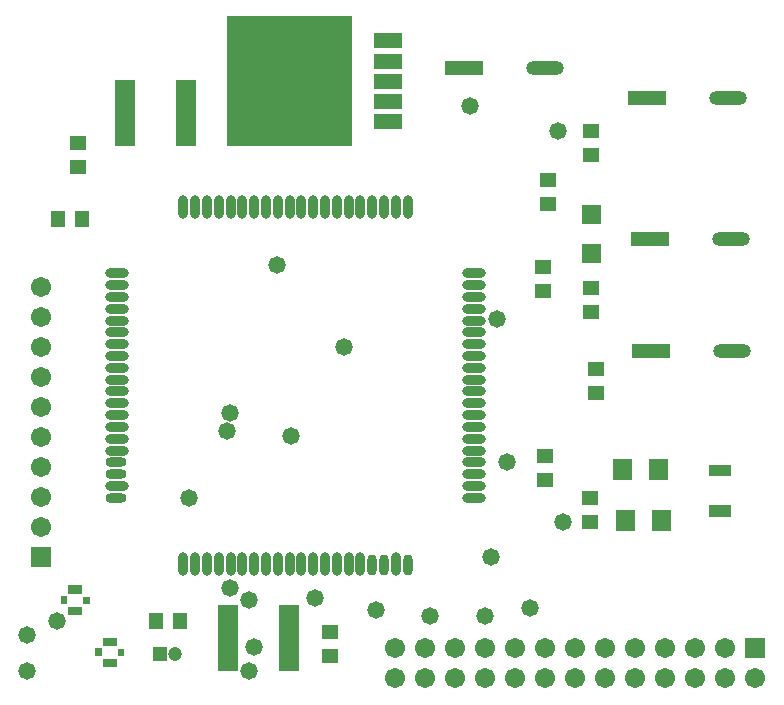
<source format=gts>
G04 Layer_Color=8388736*
%FSLAX44Y44*%
%MOMM*%
G71*
G01*
G75*
%ADD46R,1.4732X1.2192*%
%ADD47O,3.2032X1.2032*%
%ADD48R,3.2032X1.2032*%
%ADD49R,1.2192X1.4732*%
%ADD50O,0.8032X2.0032*%
%ADD51O,2.0032X0.8032*%
%ADD52O,1.8032X0.8032*%
%ADD53O,0.8032X1.8032*%
%ADD54R,1.7032X1.7032*%
%ADD55C,1.7032*%
%ADD56R,1.7032X1.7032*%
%ADD57C,1.2032*%
%ADD58R,1.2032X1.2032*%
%ADD59C,1.4732*%
G36*
X327310Y339510D02*
X315310D01*
Y346510D01*
X327310D01*
Y339510D01*
D02*
G37*
G36*
X333560Y331010D02*
X328060D01*
Y337010D01*
X333560D01*
Y331010D01*
D02*
G37*
G36*
X314560Y330760D02*
X309060D01*
Y337260D01*
X314560D01*
Y330760D01*
D02*
G37*
G36*
X876910Y404720D02*
X857910D01*
Y414720D01*
X876910D01*
Y404720D01*
D02*
G37*
G36*
X825611Y392319D02*
X809641D01*
Y410321D01*
X825611D01*
Y392319D01*
D02*
G37*
G36*
X795639D02*
X779669D01*
Y410321D01*
X795639D01*
Y392319D01*
D02*
G37*
G36*
X327310Y321510D02*
X315310D01*
Y328510D01*
X327310D01*
Y321510D01*
D02*
G37*
G36*
X356774Y277314D02*
X344774D01*
Y284314D01*
X356774D01*
Y277314D01*
D02*
G37*
G36*
X511020Y274006D02*
X494020D01*
Y330006D01*
X511020D01*
Y274006D01*
D02*
G37*
G36*
X459520D02*
X442520D01*
Y330006D01*
X459520D01*
Y274006D01*
D02*
G37*
G36*
X356774Y295314D02*
X344774D01*
Y302314D01*
X356774D01*
Y295314D01*
D02*
G37*
G36*
X363024Y286814D02*
X357524D01*
Y292814D01*
X363024D01*
Y286814D01*
D02*
G37*
G36*
X344024Y286564D02*
X338524D01*
Y293064D01*
X344024D01*
Y286564D01*
D02*
G37*
G36*
X598027Y750078D02*
X574437D01*
Y762746D01*
X598027D01*
Y750078D01*
D02*
G37*
G36*
Y733060D02*
X574437D01*
Y745728D01*
X598027D01*
Y733060D01*
D02*
G37*
G36*
X423390Y718760D02*
X406390D01*
Y774760D01*
X423390D01*
Y718760D01*
D02*
G37*
G36*
X598027Y801132D02*
X574437D01*
Y813800D01*
X598027D01*
Y801132D01*
D02*
G37*
G36*
Y784114D02*
X574437D01*
Y796782D01*
X598027D01*
Y784114D01*
D02*
G37*
G36*
Y767096D02*
X574437D01*
Y779764D01*
X598027D01*
Y767096D01*
D02*
G37*
G36*
X371890Y718760D02*
X354890D01*
Y774760D01*
X371890D01*
Y718760D01*
D02*
G37*
G36*
X876910Y438720D02*
X857910D01*
Y448720D01*
X876910D01*
Y438720D01*
D02*
G37*
G36*
X823071Y435499D02*
X807101D01*
Y453501D01*
X823071D01*
Y435499D01*
D02*
G37*
G36*
X793099D02*
X777129D01*
Y453501D01*
X793099D01*
Y435499D01*
D02*
G37*
G36*
X555970Y718430D02*
X449870D01*
Y828430D01*
X555970D01*
Y718430D01*
D02*
G37*
G36*
X766175Y652415D02*
X750205D01*
Y668385D01*
X766175D01*
Y652415D01*
D02*
G37*
G36*
Y619395D02*
X750205D01*
Y635365D01*
X766175D01*
Y619395D01*
D02*
G37*
D46*
X323850Y721360D02*
D03*
Y701040D02*
D03*
X757174Y420624D02*
D03*
Y400304D02*
D03*
X717550Y595630D02*
D03*
Y615950D02*
D03*
X721360Y669290D02*
D03*
Y689610D02*
D03*
X758190Y711200D02*
D03*
Y731520D02*
D03*
Y598170D02*
D03*
Y577850D02*
D03*
X762000Y529590D02*
D03*
Y509270D02*
D03*
X718820Y455930D02*
D03*
Y435610D02*
D03*
X537210Y287020D02*
D03*
Y307340D02*
D03*
D47*
X718820Y784860D02*
D03*
X873760Y759460D02*
D03*
X877570Y544830D02*
D03*
X876300Y640080D02*
D03*
D48*
X650240Y784860D02*
D03*
X805180Y759460D02*
D03*
X808990Y544830D02*
D03*
X807720Y640080D02*
D03*
D49*
X306578Y657098D02*
D03*
X326898D02*
D03*
X390144Y316738D02*
D03*
X410464D02*
D03*
D50*
X592940Y666680D02*
D03*
X582940D02*
D03*
X572940D02*
D03*
X562940D02*
D03*
X512940D02*
D03*
X522940D02*
D03*
X532940D02*
D03*
X542940D02*
D03*
X552940D02*
D03*
X462940D02*
D03*
X472940D02*
D03*
X482940D02*
D03*
X492940D02*
D03*
X502940D02*
D03*
X412940D02*
D03*
X422940D02*
D03*
X432940D02*
D03*
X442940D02*
D03*
X452940D02*
D03*
X602940D02*
D03*
X592940Y364680D02*
D03*
X562940D02*
D03*
X512940D02*
D03*
X522940D02*
D03*
X532940D02*
D03*
X542940D02*
D03*
X552940D02*
D03*
X462940D02*
D03*
X472940D02*
D03*
X482940D02*
D03*
X492940D02*
D03*
X502940D02*
D03*
X412940D02*
D03*
X422940D02*
D03*
X432940D02*
D03*
X442940D02*
D03*
X452940D02*
D03*
D51*
X356940Y430680D02*
D03*
Y460680D02*
D03*
Y510680D02*
D03*
Y500680D02*
D03*
Y490680D02*
D03*
Y480680D02*
D03*
Y470680D02*
D03*
Y560680D02*
D03*
Y550680D02*
D03*
Y540680D02*
D03*
Y530680D02*
D03*
Y520680D02*
D03*
Y610680D02*
D03*
Y600680D02*
D03*
Y590680D02*
D03*
Y580680D02*
D03*
Y570680D02*
D03*
X658940D02*
D03*
Y580680D02*
D03*
Y590680D02*
D03*
Y600680D02*
D03*
Y610680D02*
D03*
Y520680D02*
D03*
Y530680D02*
D03*
Y540680D02*
D03*
Y550680D02*
D03*
Y560680D02*
D03*
Y470680D02*
D03*
Y480680D02*
D03*
Y490680D02*
D03*
Y500680D02*
D03*
Y510680D02*
D03*
Y460680D02*
D03*
Y450680D02*
D03*
Y440680D02*
D03*
Y430680D02*
D03*
Y420680D02*
D03*
D52*
X355940Y440680D02*
D03*
Y450680D02*
D03*
Y420680D02*
D03*
D53*
X602940Y363680D02*
D03*
X582940D02*
D03*
X572940D02*
D03*
D54*
X897128Y293370D02*
D03*
D55*
Y267970D02*
D03*
X871728Y293370D02*
D03*
Y267970D02*
D03*
X846328Y293370D02*
D03*
Y267970D02*
D03*
X820928Y293370D02*
D03*
Y267970D02*
D03*
X795528Y293370D02*
D03*
Y267970D02*
D03*
X770128Y293370D02*
D03*
Y267970D02*
D03*
X744728Y293370D02*
D03*
Y267970D02*
D03*
X719328Y293370D02*
D03*
Y267970D02*
D03*
X693928Y293370D02*
D03*
Y267970D02*
D03*
X668528Y293370D02*
D03*
Y267970D02*
D03*
X643128Y293370D02*
D03*
Y267970D02*
D03*
X617728Y293370D02*
D03*
Y267970D02*
D03*
X592328Y293370D02*
D03*
Y267970D02*
D03*
X292354Y421640D02*
D03*
Y599440D02*
D03*
Y574040D02*
D03*
Y548640D02*
D03*
Y523240D02*
D03*
Y497840D02*
D03*
Y472440D02*
D03*
Y447040D02*
D03*
Y396240D02*
D03*
D56*
Y370840D02*
D03*
D57*
X406146Y288544D02*
D03*
D58*
X393446D02*
D03*
D59*
X686816Y450680D02*
D03*
X472440Y294640D02*
D03*
X280924Y304800D02*
D03*
X306070Y316738D02*
D03*
X468630Y274320D02*
D03*
X280924D02*
D03*
X524624Y335534D02*
D03*
X706628Y327152D02*
D03*
X452780Y344515D02*
D03*
X452120Y492760D02*
D03*
X450342Y477520D02*
D03*
X621538Y320802D02*
D03*
X668528D02*
D03*
X504190Y472948D02*
D03*
X678688Y572262D02*
D03*
X492610Y617490D02*
D03*
X734568Y400050D02*
D03*
X673862Y370840D02*
D03*
X656082Y752602D02*
D03*
X729996Y731520D02*
D03*
X468630Y334264D02*
D03*
X576072Y325374D02*
D03*
X417540Y420680D02*
D03*
X548640Y548640D02*
D03*
M02*

</source>
